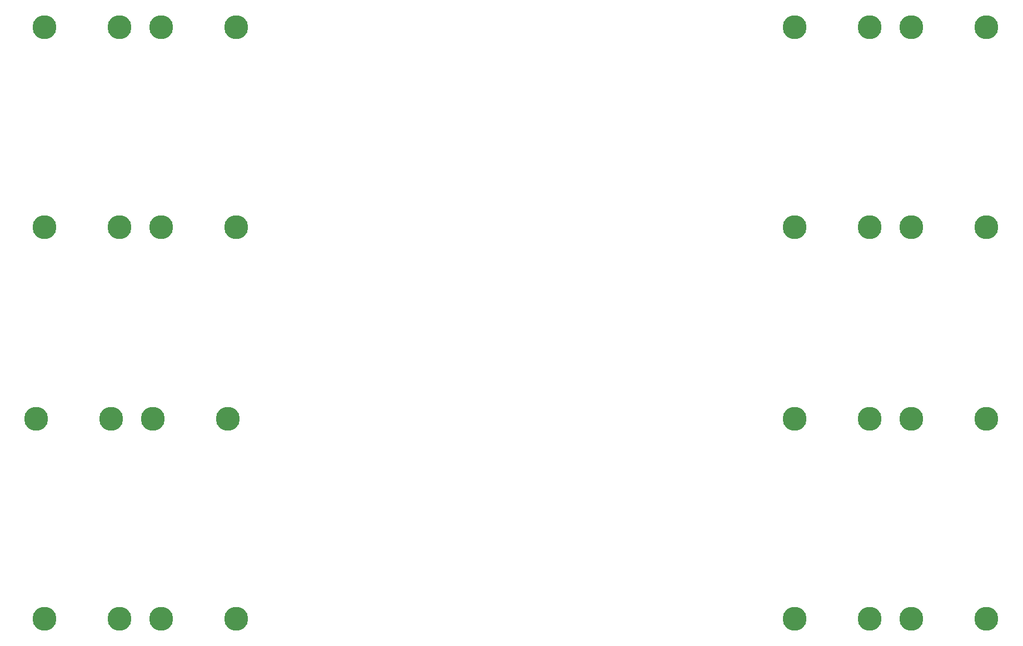
<source format=gbr>
%TF.GenerationSoftware,KiCad,Pcbnew,(7.0.0)*%
%TF.CreationDate,2023-10-27T12:37:55+01:00*%
%TF.ProjectId,euro-project-sensors-pcb,6575726f-2d70-4726-9f6a-6563742d7365,rev?*%
%TF.SameCoordinates,Original*%
%TF.FileFunction,Legend,Bot*%
%TF.FilePolarity,Positive*%
%FSLAX46Y46*%
G04 Gerber Fmt 4.6, Leading zero omitted, Abs format (unit mm)*
G04 Created by KiCad (PCBNEW (7.0.0)) date 2023-10-27 12:37:55*
%MOMM*%
%LPD*%
G01*
G04 APERTURE LIST*
%ADD10C,3.650000*%
G04 APERTURE END LIST*
D10*
%TO.C,J40*%
X74930000Y-140970000D03*
X86360000Y-140970000D03*
%TD*%
%TO.C,J39*%
X92710000Y-140970000D03*
X104140000Y-140970000D03*
%TD*%
%TO.C,J38*%
X104140000Y-50800000D03*
X92710000Y-50800000D03*
%TD*%
%TO.C,J37*%
X86360000Y-50800000D03*
X74930000Y-50800000D03*
%TD*%
%TO.C,J36*%
X92710000Y-81280000D03*
X104140000Y-81280000D03*
%TD*%
%TO.C,J35*%
X74930000Y-81280000D03*
X86360000Y-81280000D03*
%TD*%
%TO.C,J34*%
X102870000Y-110490000D03*
X91440000Y-110490000D03*
%TD*%
%TO.C,J33*%
X85090000Y-110490000D03*
X73660000Y-110490000D03*
%TD*%
%TO.C,J20*%
X200660000Y-50800000D03*
X189230000Y-50800000D03*
%TD*%
%TO.C,J19*%
X218440000Y-50800000D03*
X207010000Y-50800000D03*
%TD*%
%TO.C,J15*%
X207005000Y-81280000D03*
X218435000Y-81280000D03*
%TD*%
%TO.C,J14*%
X189230000Y-81280000D03*
X200660000Y-81280000D03*
%TD*%
%TO.C,J10*%
X200665000Y-110490000D03*
X189235000Y-110490000D03*
%TD*%
%TO.C,J9*%
X218440000Y-110490000D03*
X207010000Y-110490000D03*
%TD*%
%TO.C,J1*%
X207010000Y-140970000D03*
X218440000Y-140970000D03*
%TD*%
%TO.C,J4*%
X189230000Y-140970000D03*
X200660000Y-140970000D03*
%TD*%
M02*

</source>
